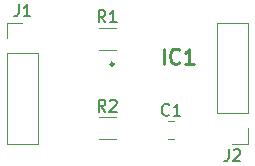
<source format=gbr>
%TF.GenerationSoftware,KiCad,Pcbnew,(6.0.6)*%
%TF.CreationDate,2022-10-14T11:17:07+05:30*%
%TF.ProjectId,SHT30_breakout,53485433-305f-4627-9265-616b6f75742e,rev?*%
%TF.SameCoordinates,Original*%
%TF.FileFunction,Legend,Top*%
%TF.FilePolarity,Positive*%
%FSLAX46Y46*%
G04 Gerber Fmt 4.6, Leading zero omitted, Abs format (unit mm)*
G04 Created by KiCad (PCBNEW (6.0.6)) date 2022-10-14 11:17:07*
%MOMM*%
%LPD*%
G01*
G04 APERTURE LIST*
%ADD10C,0.150000*%
%ADD11C,0.254000*%
%ADD12C,0.120000*%
%ADD13C,0.250000*%
G04 APERTURE END LIST*
D10*
%TO.C,C1*%
X96233333Y-64877142D02*
X96185714Y-64924761D01*
X96042857Y-64972380D01*
X95947619Y-64972380D01*
X95804761Y-64924761D01*
X95709523Y-64829523D01*
X95661904Y-64734285D01*
X95614285Y-64543809D01*
X95614285Y-64400952D01*
X95661904Y-64210476D01*
X95709523Y-64115238D01*
X95804761Y-64020000D01*
X95947619Y-63972380D01*
X96042857Y-63972380D01*
X96185714Y-64020000D01*
X96233333Y-64067619D01*
X97185714Y-64972380D02*
X96614285Y-64972380D01*
X96900000Y-64972380D02*
X96900000Y-63972380D01*
X96804761Y-64115238D01*
X96709523Y-64210476D01*
X96614285Y-64258095D01*
D11*
%TO.C,IC1*%
X95760238Y-60574523D02*
X95760238Y-59304523D01*
X97090714Y-60453571D02*
X97030238Y-60514047D01*
X96848809Y-60574523D01*
X96727857Y-60574523D01*
X96546428Y-60514047D01*
X96425476Y-60393095D01*
X96365000Y-60272142D01*
X96304523Y-60030238D01*
X96304523Y-59848809D01*
X96365000Y-59606904D01*
X96425476Y-59485952D01*
X96546428Y-59365000D01*
X96727857Y-59304523D01*
X96848809Y-59304523D01*
X97030238Y-59365000D01*
X97090714Y-59425476D01*
X98300238Y-60574523D02*
X97574523Y-60574523D01*
X97937380Y-60574523D02*
X97937380Y-59304523D01*
X97816428Y-59485952D01*
X97695476Y-59606904D01*
X97574523Y-59667380D01*
D10*
%TO.C,J1*%
X83486666Y-55542380D02*
X83486666Y-56256666D01*
X83439047Y-56399523D01*
X83343809Y-56494761D01*
X83200952Y-56542380D01*
X83105714Y-56542380D01*
X84486666Y-56542380D02*
X83915238Y-56542380D01*
X84200952Y-56542380D02*
X84200952Y-55542380D01*
X84105714Y-55685238D01*
X84010476Y-55780476D01*
X83915238Y-55828095D01*
%TO.C,J2*%
X101266666Y-67822380D02*
X101266666Y-68536666D01*
X101219047Y-68679523D01*
X101123809Y-68774761D01*
X100980952Y-68822380D01*
X100885714Y-68822380D01*
X101695238Y-67917619D02*
X101742857Y-67870000D01*
X101838095Y-67822380D01*
X102076190Y-67822380D01*
X102171428Y-67870000D01*
X102219047Y-67917619D01*
X102266666Y-68012857D01*
X102266666Y-68108095D01*
X102219047Y-68250952D01*
X101647619Y-68822380D01*
X102266666Y-68822380D01*
%TO.C,R2*%
X90833333Y-64632380D02*
X90500000Y-64156190D01*
X90261904Y-64632380D02*
X90261904Y-63632380D01*
X90642857Y-63632380D01*
X90738095Y-63680000D01*
X90785714Y-63727619D01*
X90833333Y-63822857D01*
X90833333Y-63965714D01*
X90785714Y-64060952D01*
X90738095Y-64108571D01*
X90642857Y-64156190D01*
X90261904Y-64156190D01*
X91214285Y-63727619D02*
X91261904Y-63680000D01*
X91357142Y-63632380D01*
X91595238Y-63632380D01*
X91690476Y-63680000D01*
X91738095Y-63727619D01*
X91785714Y-63822857D01*
X91785714Y-63918095D01*
X91738095Y-64060952D01*
X91166666Y-64632380D01*
X91785714Y-64632380D01*
%TO.C,R1*%
X90833333Y-57052380D02*
X90500000Y-56576190D01*
X90261904Y-57052380D02*
X90261904Y-56052380D01*
X90642857Y-56052380D01*
X90738095Y-56100000D01*
X90785714Y-56147619D01*
X90833333Y-56242857D01*
X90833333Y-56385714D01*
X90785714Y-56480952D01*
X90738095Y-56528571D01*
X90642857Y-56576190D01*
X90261904Y-56576190D01*
X91785714Y-57052380D02*
X91214285Y-57052380D01*
X91500000Y-57052380D02*
X91500000Y-56052380D01*
X91404761Y-56195238D01*
X91309523Y-56290476D01*
X91214285Y-56338095D01*
D12*
%TO.C,C1*%
X96138748Y-65465000D02*
X96661252Y-65465000D01*
X96138748Y-66935000D02*
X96661252Y-66935000D01*
D13*
%TO.C,IC1*%
X91525000Y-60600000D02*
G75*
G03*
X91525000Y-60600000I-125000J0D01*
G01*
D12*
%TO.C,J1*%
X85150000Y-59690000D02*
X85150000Y-67370000D01*
X82490000Y-58420000D02*
X82490000Y-57090000D01*
X82490000Y-67370000D02*
X85150000Y-67370000D01*
X82490000Y-59690000D02*
X85150000Y-59690000D01*
X82490000Y-57090000D02*
X83820000Y-57090000D01*
X82490000Y-59690000D02*
X82490000Y-67370000D01*
%TO.C,J2*%
X100270000Y-64770000D02*
X100270000Y-57090000D01*
X102930000Y-66040000D02*
X102930000Y-67370000D01*
X102930000Y-57090000D02*
X100270000Y-57090000D01*
X102930000Y-64770000D02*
X100270000Y-64770000D01*
X102930000Y-67370000D02*
X101600000Y-67370000D01*
X102930000Y-64770000D02*
X102930000Y-57090000D01*
%TO.C,R2*%
X90272936Y-65090000D02*
X91727064Y-65090000D01*
X90272936Y-66910000D02*
X91727064Y-66910000D01*
%TO.C,R1*%
X91727064Y-57590000D02*
X90272936Y-57590000D01*
X91727064Y-59410000D02*
X90272936Y-59410000D01*
%TD*%
M02*

</source>
